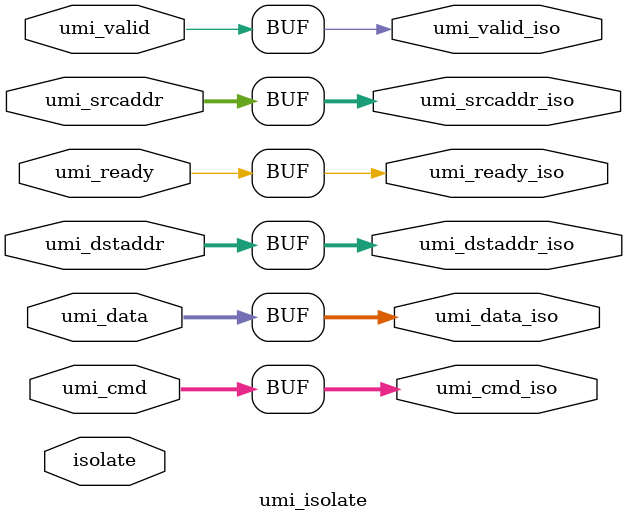
<source format=v>
/*******************************************************************************
 * Function:  UMI Power Isolation
 * Author:    Andreas Olofsson
 * License:
 *
 * Documentation:
 *
 *
 ******************************************************************************/
module umi_isolate
  #(parameter CW = 32, // umi command width
    parameter AW = 64, // umi address width
    parameter DW = 64, // umi data width
    parameter ISO = 0  // 1 = enable input isolation
    )
   (
    input           isolate,  // 1=clamp inputs to 0
    // floating signals
    input           umi_ready,
    input           umi_valid,
    input [CW-1:0]  umi_cmd,
    input [AW-1:0]  umi_dstaddr,
    input [AW-1:0]  umi_srcaddr,
    input [DW-1:0]  umi_data,
    // clamped signals
    output          umi_ready_iso,
    output          umi_valid_iso,
    output [CW-1:0] umi_cmd_iso,
    output [AW-1:0] umi_dstaddr_iso,
    output [AW-1:0] umi_srcaddr_iso,
    output [DW-1:0] umi_data_iso
    );

   generate
      if(ISO)
	begin : g0
	   la_visolo #(.N(1))
           i_ready (.in(umi_ready),
		    .out(umi_ready_iso),
		    .iso(isolate));

	   la_visolo #(.N(1))
           i_valid (.in(umi_valid),
		    .out(umi_valid_iso),
		    .iso(isolate));

	   la_visolo #(.N(CW))
           i_cmd (.in(umi_cmd[CW-1:0]),
		  .out(umi_cmd_iso[CW-1:0]),
		  .iso(isolate));

	   la_visolo #(.N(AW))
           i_dstaddr (.in(umi_dstaddr[AW-1:0]),
		      .out(umi_dstaddr_iso[AW-1:0]),
		      .iso(isolate));

           la_visolo #(.N(AW))
           i_srcaddr (.in(umi_srcaddr[AW-1:0]),
		      .out(umi_srcaddr_iso[AW-1:0]),
		      .iso(isolate));

           la_visolo #(.N(DW))
           i_data (.in(umi_srcaddr[DW-1:0]),
		   .out(umi_srcaddr_iso[DW-1:0]),
		   .iso(isolate));
	end
      else
	begin : g0
	   assign umi_ready_iso           = umi_ready;
	   assign umi_valid_iso           = umi_valid;
	   assign umi_cmd_iso[CW-1:0]     = umi_cmd[CW-1:0];
           assign umi_dstaddr_iso[AW-1:0] = umi_dstaddr[AW-1:0];
           assign umi_srcaddr_iso[AW-1:0] = umi_srcaddr[AW-1:0];
           assign umi_data_iso[DW-1:0]    = umi_data[DW-1:0];
	end

   endgenerate

endmodule

</source>
